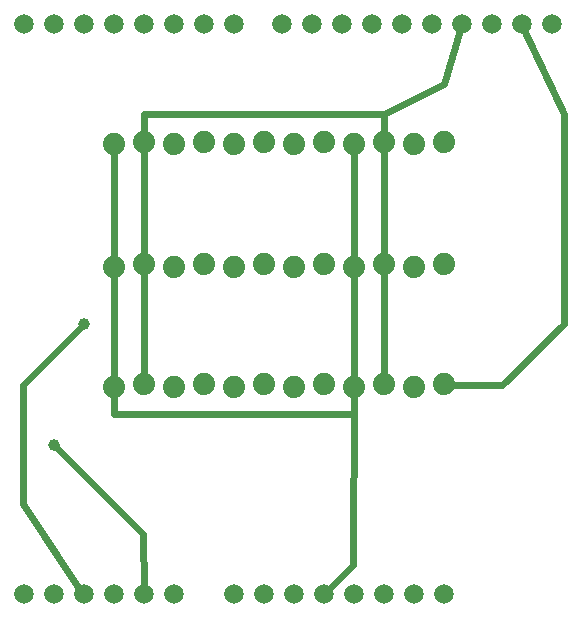
<source format=gtl>
G04 MADE WITH FRITZING*
G04 WWW.FRITZING.ORG*
G04 DOUBLE SIDED*
G04 HOLES PLATED*
G04 CONTOUR ON CENTER OF CONTOUR VECTOR*
%ASAXBY*%
%FSLAX23Y23*%
%MOIN*%
%OFA0B0*%
%SFA1.0B1.0*%
%ADD10C,0.074000*%
%ADD11C,0.065278*%
%ADD12C,0.039370*%
%ADD13C,0.024000*%
%LNCOPPER1*%
G90*
G70*
G54D10*
X507Y1618D03*
X607Y1626D03*
X707Y1618D03*
X807Y1626D03*
X907Y1618D03*
X1007Y1626D03*
X1107Y1618D03*
X1207Y1626D03*
X1307Y1618D03*
X1407Y1626D03*
X1507Y1618D03*
X1607Y1626D03*
X507Y1618D03*
X607Y1626D03*
X707Y1618D03*
X807Y1626D03*
X907Y1618D03*
X1007Y1626D03*
X1107Y1618D03*
X1207Y1626D03*
X1307Y1618D03*
X1407Y1626D03*
X1507Y1618D03*
X1607Y1626D03*
X507Y1618D03*
X607Y1626D03*
X707Y1618D03*
X807Y1626D03*
X907Y1618D03*
X1007Y1626D03*
X1107Y1618D03*
X1207Y1626D03*
X1307Y1618D03*
X1407Y1626D03*
X1507Y1618D03*
X1607Y1626D03*
X507Y1210D03*
X607Y1218D03*
X707Y1210D03*
X807Y1218D03*
X907Y1210D03*
X1007Y1218D03*
X1107Y1210D03*
X1207Y1218D03*
X1307Y1210D03*
X1407Y1218D03*
X1507Y1210D03*
X1607Y1218D03*
X507Y1210D03*
X607Y1218D03*
X707Y1210D03*
X807Y1218D03*
X907Y1210D03*
X1007Y1218D03*
X1107Y1210D03*
X1207Y1218D03*
X1307Y1210D03*
X1407Y1218D03*
X1507Y1210D03*
X1607Y1218D03*
X507Y1210D03*
X607Y1218D03*
X707Y1210D03*
X807Y1218D03*
X907Y1210D03*
X1007Y1218D03*
X1107Y1210D03*
X1207Y1218D03*
X1307Y1210D03*
X1407Y1218D03*
X1507Y1210D03*
X1607Y1218D03*
X507Y810D03*
X607Y818D03*
X707Y810D03*
X807Y818D03*
X907Y810D03*
X1007Y818D03*
X1107Y810D03*
X1207Y818D03*
X1307Y810D03*
X1407Y818D03*
X1507Y810D03*
X1607Y818D03*
X507Y810D03*
X607Y818D03*
X707Y810D03*
X807Y818D03*
X907Y810D03*
X1007Y818D03*
X1107Y810D03*
X1207Y818D03*
X1307Y810D03*
X1407Y818D03*
X1507Y810D03*
X1607Y818D03*
X507Y810D03*
X607Y818D03*
X707Y810D03*
X807Y818D03*
X907Y810D03*
X1007Y818D03*
X1107Y810D03*
X1207Y818D03*
X1307Y810D03*
X1407Y818D03*
X1507Y810D03*
X1607Y818D03*
G54D11*
X607Y118D03*
X507Y118D03*
X407Y118D03*
X307Y118D03*
X207Y118D03*
X1067Y2018D03*
X1167Y2018D03*
X1267Y2018D03*
X1367Y2018D03*
X1467Y2018D03*
X1567Y2018D03*
X1667Y2018D03*
X1767Y2018D03*
X1867Y2018D03*
X1967Y2018D03*
X207Y2018D03*
X307Y2018D03*
X407Y2018D03*
X507Y2018D03*
X607Y2018D03*
X707Y2018D03*
X807Y2018D03*
X907Y2018D03*
X1507Y118D03*
X1607Y118D03*
X1407Y118D03*
X1307Y118D03*
X1207Y118D03*
X1107Y118D03*
X1007Y118D03*
X907Y118D03*
X707Y118D03*
X607Y118D03*
X507Y118D03*
X407Y118D03*
X307Y118D03*
X207Y118D03*
X1067Y2018D03*
X1167Y2018D03*
X1267Y2018D03*
X1367Y2018D03*
X1467Y2018D03*
X1567Y2018D03*
X1667Y2018D03*
X1767Y2018D03*
X1867Y2018D03*
X1967Y2018D03*
X207Y2018D03*
X307Y2018D03*
X407Y2018D03*
X507Y2018D03*
X607Y2018D03*
X707Y2018D03*
X807Y2018D03*
X907Y2018D03*
X1507Y118D03*
X1607Y118D03*
X1407Y118D03*
X1307Y118D03*
X1207Y118D03*
X1107Y118D03*
X1007Y118D03*
X907Y118D03*
X707Y118D03*
G54D12*
X308Y617D03*
X407Y1018D03*
G54D13*
X507Y718D02*
X1307Y718D01*
D02*
X1307Y718D02*
X1307Y792D01*
D02*
X507Y792D02*
X507Y718D01*
D02*
X608Y1618D02*
X608Y1718D01*
D02*
X608Y1718D02*
X1407Y1718D01*
D02*
X609Y1608D02*
X608Y1618D01*
D02*
X1407Y1718D02*
X1407Y1643D01*
D02*
X608Y1418D02*
X607Y1608D01*
D02*
X607Y1235D02*
X608Y1418D01*
D02*
X1221Y132D02*
X1306Y216D01*
D02*
X1306Y216D02*
X1307Y792D01*
D02*
X1307Y827D02*
X1307Y1600D01*
D02*
X1307Y1227D02*
X1307Y1600D01*
D02*
X507Y1227D02*
X507Y1600D01*
D02*
X507Y827D02*
X507Y1600D01*
D02*
X1803Y816D02*
X1624Y817D01*
D02*
X2008Y1018D02*
X1803Y816D01*
D02*
X2008Y1718D02*
X2008Y1018D01*
D02*
X1875Y1999D02*
X2008Y1718D01*
D02*
X1408Y1718D02*
X1607Y1818D01*
D02*
X1407Y1643D02*
X1408Y1718D01*
D02*
X1607Y1818D02*
X1661Y1998D01*
D02*
X1407Y1235D02*
X1407Y1608D01*
D02*
X1407Y835D02*
X1407Y1200D01*
D02*
X607Y1200D02*
X607Y835D01*
D02*
X205Y418D02*
X395Y134D01*
D02*
X205Y816D02*
X205Y418D01*
D02*
X401Y1012D02*
X205Y816D01*
D02*
X606Y319D02*
X607Y138D01*
D02*
X313Y612D02*
X606Y319D01*
G04 End of Copper1*
M02*
</source>
